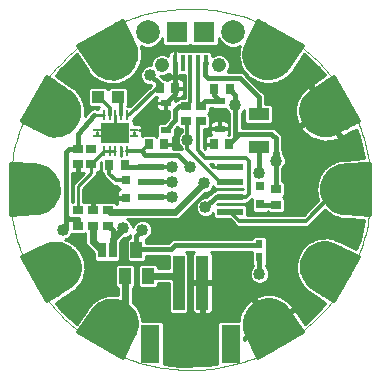
<source format=gtl>
G75*
%MOIN*%
%OFA0B0*%
%FSLAX24Y24*%
%IPPOS*%
%LPD*%
%AMOC8*
5,1,8,0,0,1.08239X$1,22.5*
%
%ADD10C,0.0000*%
%ADD11R,0.0870X0.0240*%
%ADD12R,0.0157X0.0551*%
%ADD13R,0.0709X0.0709*%
%ADD14C,0.0476*%
%ADD15C,0.0787*%
%ADD16R,0.0709X0.0394*%
%ADD17R,0.0315X0.0315*%
%ADD18R,0.0110X0.0335*%
%ADD19R,0.0945X0.0650*%
%ADD20R,0.0276X0.0110*%
%ADD21R,0.0327X0.0248*%
%ADD22R,0.0394X0.0551*%
%ADD23R,0.0236X0.0315*%
%ADD24R,0.0433X0.0394*%
%ADD25R,0.0276X0.0354*%
%ADD26R,0.0354X0.0276*%
%ADD27R,0.0250X0.0500*%
%ADD28C,0.1266*%
%ADD29C,0.0120*%
%ADD30R,0.0394X0.1811*%
%ADD31R,0.0630X0.1260*%
%ADD32C,0.0100*%
%ADD33C,0.0140*%
%ADD34C,0.0400*%
%ADD35C,0.0160*%
%ADD36C,0.0240*%
D10*
X000150Y005650D02*
X000165Y005497D01*
X000183Y005344D01*
X000206Y005192D01*
X000232Y005041D01*
X000262Y004890D01*
X000296Y004740D01*
X000334Y004591D01*
X000376Y004443D01*
X000422Y004296D01*
X000471Y004150D01*
X000524Y004006D01*
X000580Y003863D01*
X000641Y003721D01*
X000704Y003581D01*
X000772Y003443D01*
X000843Y003307D01*
X000917Y003172D01*
X000995Y003039D01*
X001076Y002909D01*
X001160Y002780D01*
X001248Y002654D01*
X001339Y002530D01*
X001433Y002408D01*
X001530Y002289D01*
X001630Y002172D01*
X001733Y002058D01*
X001839Y001947D01*
X001948Y001838D01*
X002059Y001732D01*
X002173Y001629D01*
X002290Y001529D01*
X002409Y001432D01*
X002531Y001338D01*
X002655Y001247D01*
X002782Y001159D01*
X002910Y001075D01*
X003041Y000994D01*
X003174Y000916D01*
X003308Y000842D01*
X003445Y000771D01*
X003583Y000704D01*
X003723Y000640D01*
X003864Y000580D01*
X004007Y000523D01*
X004152Y000470D01*
X004297Y000421D01*
X004444Y000376D01*
X004592Y000334D01*
X004741Y000296D01*
X004891Y000262D01*
X005042Y000232D01*
X005194Y000205D01*
X005346Y000183D01*
X005498Y000164D01*
X005652Y000150D01*
X005805Y000139D01*
X005959Y000132D01*
X006112Y000129D01*
X006266Y000130D01*
X006420Y000135D01*
X006573Y000144D01*
X006727Y000157D01*
X006879Y000173D01*
X007032Y000194D01*
X007184Y000218D01*
X007335Y000247D01*
X007485Y000279D01*
X007635Y000315D01*
X007783Y000355D01*
X007931Y000398D01*
X008077Y000446D01*
X008222Y000497D01*
X008366Y000552D01*
X008508Y000610D01*
X008649Y000672D01*
X008788Y000738D01*
X008925Y000807D01*
X009061Y000879D01*
X009194Y000955D01*
X009326Y001035D01*
X009456Y001118D01*
X009583Y001204D01*
X009708Y001293D01*
X009831Y001385D01*
X009952Y001481D01*
X010070Y001580D01*
X010185Y001681D01*
X010298Y001786D01*
X010408Y001893D01*
X010515Y002003D01*
X010620Y002116D01*
X010721Y002232D01*
X010820Y002350D01*
X010916Y002470D01*
X011008Y002593D01*
X011097Y002718D01*
X011183Y002846D01*
X011266Y002975D01*
X011345Y003107D01*
X011421Y003241D01*
X011494Y003376D01*
X011563Y003514D01*
X011629Y003653D01*
X011691Y003793D01*
X011749Y003936D01*
X011804Y004079D01*
X011855Y004224D01*
X011902Y004371D01*
X011946Y004518D01*
X011985Y004667D01*
X012021Y004816D01*
X012054Y004967D01*
X012082Y005118D01*
X012106Y005270D01*
X012127Y005422D01*
X012143Y005575D01*
X012156Y005728D01*
X012165Y005882D01*
X012170Y006035D01*
X012171Y006189D01*
X012168Y006343D01*
X012161Y006497D01*
X012150Y006650D01*
X012135Y006803D01*
X012117Y006956D01*
X012094Y007108D01*
X012068Y007259D01*
X012038Y007410D01*
X012004Y007560D01*
X011966Y007709D01*
X011924Y007857D01*
X011878Y008004D01*
X011829Y008150D01*
X011776Y008294D01*
X011720Y008437D01*
X011659Y008579D01*
X011596Y008719D01*
X011528Y008857D01*
X011457Y008993D01*
X011383Y009128D01*
X011305Y009261D01*
X011224Y009391D01*
X011140Y009520D01*
X011052Y009646D01*
X010961Y009770D01*
X010867Y009892D01*
X010770Y010011D01*
X010670Y010128D01*
X010567Y010242D01*
X010461Y010353D01*
X010352Y010462D01*
X010241Y010568D01*
X010127Y010671D01*
X010010Y010771D01*
X009891Y010868D01*
X009769Y010962D01*
X009645Y011053D01*
X009518Y011141D01*
X009390Y011225D01*
X009259Y011306D01*
X009126Y011384D01*
X008992Y011458D01*
X008855Y011529D01*
X008717Y011596D01*
X008577Y011660D01*
X008436Y011720D01*
X008293Y011777D01*
X008148Y011830D01*
X008003Y011879D01*
X007856Y011924D01*
X007708Y011966D01*
X007559Y012004D01*
X007409Y012038D01*
X007258Y012068D01*
X007106Y012095D01*
X006954Y012117D01*
X006802Y012136D01*
X006648Y012150D01*
X006495Y012161D01*
X006341Y012168D01*
X006188Y012171D01*
X006034Y012170D01*
X005880Y012165D01*
X005727Y012156D01*
X005573Y012143D01*
X005421Y012127D01*
X005268Y012106D01*
X005116Y012082D01*
X004965Y012053D01*
X004815Y012021D01*
X004665Y011985D01*
X004517Y011945D01*
X004369Y011902D01*
X004223Y011854D01*
X004078Y011803D01*
X003934Y011748D01*
X003792Y011690D01*
X003651Y011628D01*
X003512Y011562D01*
X003375Y011493D01*
X003239Y011421D01*
X003106Y011345D01*
X002974Y011265D01*
X002844Y011182D01*
X002717Y011096D01*
X002592Y011007D01*
X002469Y010915D01*
X002348Y010819D01*
X002230Y010720D01*
X002115Y010619D01*
X002002Y010514D01*
X001892Y010407D01*
X001785Y010297D01*
X001680Y010184D01*
X001579Y010068D01*
X001480Y009950D01*
X001384Y009830D01*
X001292Y009707D01*
X001203Y009582D01*
X001117Y009454D01*
X001034Y009325D01*
X000955Y009193D01*
X000879Y009059D01*
X000806Y008924D01*
X000737Y008786D01*
X000671Y008647D01*
X000609Y008507D01*
X000551Y008364D01*
X000496Y008221D01*
X000445Y008076D01*
X000398Y007929D01*
X000354Y007782D01*
X000315Y007633D01*
X000279Y007484D01*
X000246Y007333D01*
X000218Y007182D01*
X000194Y007030D01*
X000173Y006878D01*
X000157Y006725D01*
X000144Y006572D01*
X000135Y006418D01*
X000130Y006265D01*
X000129Y006111D01*
X000132Y005957D01*
X000139Y005803D01*
X000150Y005650D01*
D11*
X004830Y005400D03*
X004830Y005900D03*
X004830Y006400D03*
X004830Y006900D03*
X007480Y006900D03*
X007480Y006400D03*
X007480Y005900D03*
X007480Y005400D03*
D12*
X006662Y010357D03*
X006406Y010357D03*
X006150Y010357D03*
X005894Y010357D03*
X005638Y010357D03*
D13*
X005697Y011400D03*
X006603Y011400D03*
D14*
X007105Y010298D03*
X005195Y010298D03*
D15*
X004729Y011400D03*
X007571Y011400D03*
D16*
X008425Y008651D03*
X008425Y007549D03*
D17*
X008475Y006245D03*
X008475Y005655D03*
X004000Y005855D03*
X004000Y006445D03*
D18*
X004044Y007415D03*
X003847Y007415D03*
X003650Y007415D03*
X003453Y007415D03*
X003256Y007415D03*
X003256Y008635D03*
X003453Y008635D03*
X003650Y008635D03*
X003847Y008635D03*
X004044Y008635D03*
D19*
X003650Y008025D03*
D20*
X003040Y007927D03*
X003040Y008123D03*
X004260Y008123D03*
X004260Y007927D03*
D21*
X005325Y008122D03*
X005325Y009028D03*
X007125Y009078D03*
X007125Y008172D03*
D22*
X004350Y004133D03*
X003976Y003267D03*
X004724Y003267D03*
D23*
X008450Y003883D03*
X008450Y004317D03*
D24*
X003735Y009225D03*
X003065Y009225D03*
D25*
X004769Y007650D03*
X005281Y007650D03*
X003956Y006950D03*
X003444Y006950D03*
X005119Y009525D03*
X005631Y009525D03*
X006944Y009500D03*
X007456Y009500D03*
X007431Y007650D03*
X006919Y007650D03*
D26*
X006488Y008419D03*
X006013Y008419D03*
X006013Y008931D03*
X006488Y008931D03*
X009000Y006156D03*
X009000Y005644D03*
X003400Y005456D03*
X002900Y005456D03*
X002400Y005456D03*
X002400Y004944D03*
X002900Y004944D03*
X003400Y004944D03*
X002850Y006994D03*
X002400Y006994D03*
X002400Y007506D03*
X002850Y007506D03*
D27*
X003198Y004113D03*
X003552Y004113D03*
D28*
X001650Y003550D03*
X003550Y001650D03*
X000963Y006150D03*
X001650Y008750D03*
X003550Y010650D03*
X008750Y010650D03*
X010650Y008750D03*
X011338Y006150D03*
X010650Y003550D03*
X008750Y001650D03*
D29*
X008159Y002183D02*
X008248Y002270D01*
X008350Y002343D01*
X008463Y002400D01*
X008583Y002438D01*
X008708Y002456D01*
X008835Y002453D01*
X008959Y002431D01*
X009078Y002388D01*
X009189Y002327D01*
X009288Y002249D01*
X009374Y002156D01*
X009443Y002050D01*
X009886Y001382D01*
X008414Y000532D01*
X008057Y001250D01*
X008005Y001364D01*
X007972Y001484D01*
X007957Y001608D01*
X007961Y001733D01*
X007984Y001855D01*
X008025Y001973D01*
X008084Y002083D01*
X008159Y002183D01*
X008145Y002165D02*
X009365Y002165D01*
X009445Y002046D02*
X008064Y002046D01*
X008009Y001928D02*
X009524Y001928D01*
X009603Y001809D02*
X007975Y001809D01*
X007959Y001691D02*
X009681Y001691D01*
X009760Y001572D02*
X007961Y001572D01*
X007980Y001454D02*
X009839Y001454D01*
X009804Y001335D02*
X008019Y001335D01*
X008074Y001217D02*
X009599Y001217D01*
X009394Y001098D02*
X008133Y001098D01*
X008192Y000980D02*
X009189Y000980D01*
X008983Y000861D02*
X008250Y000861D01*
X008309Y000743D02*
X008778Y000743D01*
X008573Y000624D02*
X008368Y000624D01*
X008266Y002283D02*
X009245Y002283D01*
X009041Y002402D02*
X008469Y002402D01*
X009925Y003227D02*
X009984Y003117D01*
X010059Y003017D01*
X010148Y002930D01*
X010250Y002857D01*
X010918Y002414D01*
X011768Y003886D01*
X011050Y004243D01*
X010937Y004300D01*
X010817Y004338D01*
X010692Y004356D01*
X010565Y004353D01*
X010441Y004331D01*
X010322Y004288D01*
X010211Y004227D01*
X010112Y004149D01*
X010026Y004056D01*
X009957Y003950D01*
X009905Y003836D01*
X009872Y003716D01*
X009857Y003592D01*
X009861Y003467D01*
X009884Y003345D01*
X009925Y003227D01*
X009924Y003231D02*
X011390Y003231D01*
X011458Y003350D02*
X009883Y003350D01*
X009861Y003468D02*
X011526Y003468D01*
X011595Y003587D02*
X009857Y003587D01*
X009870Y003705D02*
X011663Y003705D01*
X011732Y003824D02*
X009902Y003824D01*
X009954Y003942D02*
X011655Y003942D01*
X011417Y004061D02*
X010031Y004061D01*
X010150Y004179D02*
X011178Y004179D01*
X010942Y004298D02*
X010348Y004298D01*
X010000Y005100D02*
X011050Y006150D01*
X010550Y006026D02*
X010580Y005905D01*
X010629Y005790D01*
X010695Y005684D01*
X010777Y005589D01*
X010871Y005508D01*
X010977Y005442D01*
X011092Y005393D01*
X011213Y005362D01*
X011338Y005350D01*
X012138Y005300D01*
X012138Y007000D01*
X011338Y006950D01*
X011211Y006943D01*
X011088Y006915D01*
X010971Y006869D01*
X010862Y006803D01*
X010766Y006721D01*
X010684Y006625D01*
X010619Y006517D01*
X010572Y006400D01*
X010545Y006276D01*
X010538Y006150D01*
X010550Y006026D01*
X010545Y006075D02*
X012138Y006075D01*
X012138Y005957D02*
X010567Y005957D01*
X010609Y005838D02*
X012138Y005838D01*
X012138Y005720D02*
X010673Y005720D01*
X010766Y005601D02*
X012138Y005601D01*
X012138Y005483D02*
X010912Y005483D01*
X011206Y005364D02*
X012138Y005364D01*
X012138Y006194D02*
X010540Y006194D01*
X010553Y006312D02*
X012138Y006312D01*
X012138Y006431D02*
X010584Y006431D01*
X010638Y006549D02*
X012138Y006549D01*
X012138Y006668D02*
X010720Y006668D01*
X010842Y006786D02*
X012138Y006786D01*
X012138Y006905D02*
X011061Y006905D01*
X010816Y007972D02*
X010692Y007957D01*
X010567Y007961D01*
X010445Y007984D01*
X010327Y008025D01*
X010217Y008084D01*
X010117Y008159D01*
X010030Y008248D01*
X009957Y008350D01*
X009900Y008463D01*
X009862Y008583D01*
X009844Y008708D01*
X009847Y008835D01*
X009869Y008959D01*
X009912Y009078D01*
X009973Y009189D01*
X010051Y009288D01*
X010144Y009374D01*
X010250Y009443D01*
X010918Y009886D01*
X011768Y008414D01*
X011050Y008057D01*
X010936Y008005D01*
X010816Y007972D01*
X010810Y007971D02*
X010512Y007971D01*
X010210Y008090D02*
X011115Y008090D01*
X011354Y008208D02*
X010069Y008208D01*
X009974Y008327D02*
X011592Y008327D01*
X011750Y008445D02*
X009909Y008445D01*
X009869Y008564D02*
X011681Y008564D01*
X011613Y008682D02*
X009848Y008682D01*
X009846Y008801D02*
X011545Y008801D01*
X011476Y008919D02*
X009862Y008919D01*
X009897Y009038D02*
X011408Y009038D01*
X011339Y009156D02*
X009955Y009156D01*
X010040Y009275D02*
X011271Y009275D01*
X011203Y009393D02*
X010174Y009393D01*
X010353Y009512D02*
X011134Y009512D01*
X011066Y009630D02*
X010532Y009630D01*
X010711Y009749D02*
X010997Y009749D01*
X010929Y009867D02*
X010889Y009867D01*
X009886Y010918D02*
X008414Y011768D01*
X008057Y011050D01*
X008000Y010937D01*
X007962Y010817D01*
X007944Y010692D01*
X007947Y010565D01*
X007969Y010441D01*
X008012Y010322D01*
X008073Y010211D01*
X008151Y010112D01*
X008244Y010026D01*
X008350Y009957D01*
X008464Y009905D01*
X008584Y009872D01*
X008708Y009857D01*
X008833Y009861D01*
X008955Y009884D01*
X009073Y009925D01*
X009183Y009984D01*
X009283Y010059D01*
X009370Y010148D01*
X009443Y010250D01*
X009886Y010918D01*
X009859Y010934D02*
X007999Y010934D01*
X007962Y010815D02*
X009818Y010815D01*
X009739Y010697D02*
X007945Y010697D01*
X007946Y010578D02*
X009661Y010578D01*
X009582Y010460D02*
X007966Y010460D01*
X008005Y010341D02*
X009503Y010341D01*
X009423Y010223D02*
X008067Y010223D01*
X008160Y010104D02*
X009327Y010104D01*
X009185Y009986D02*
X008307Y009986D01*
X008623Y009867D02*
X008866Y009867D01*
X009654Y011052D02*
X008058Y011052D01*
X008117Y011171D02*
X009448Y011171D01*
X009243Y011289D02*
X008176Y011289D01*
X008235Y011408D02*
X009038Y011408D01*
X008833Y011526D02*
X008294Y011526D01*
X008353Y011645D02*
X008627Y011645D01*
X008422Y011763D02*
X008411Y011763D01*
X006406Y010357D02*
X006406Y009013D01*
X006150Y009068D02*
X006150Y010357D01*
X004339Y010567D02*
X004316Y010445D01*
X004275Y010327D01*
X004216Y010217D01*
X004141Y010117D01*
X004052Y010030D01*
X003950Y009957D01*
X003837Y009900D01*
X003717Y009862D01*
X003592Y009844D01*
X003465Y009847D01*
X003341Y009869D01*
X003222Y009912D01*
X003111Y009973D01*
X003012Y010051D01*
X002926Y010144D01*
X002857Y010250D01*
X002414Y010918D01*
X003886Y011768D01*
X004243Y011050D01*
X004295Y010936D01*
X004328Y010816D01*
X004343Y010692D01*
X004339Y010567D01*
X004340Y010578D02*
X002639Y010578D01*
X002561Y010697D02*
X004343Y010697D01*
X004328Y010815D02*
X002482Y010815D01*
X002441Y010934D02*
X004295Y010934D01*
X004242Y011052D02*
X002646Y011052D01*
X002852Y011171D02*
X004183Y011171D01*
X004124Y011289D02*
X003057Y011289D01*
X003262Y011408D02*
X004065Y011408D01*
X004006Y011526D02*
X003467Y011526D01*
X003673Y011645D02*
X003947Y011645D01*
X003889Y011763D02*
X003878Y011763D01*
X004319Y010460D02*
X002718Y010460D01*
X002797Y010341D02*
X004280Y010341D01*
X004219Y010223D02*
X002875Y010223D01*
X002963Y010104D02*
X004128Y010104D01*
X003990Y009986D02*
X003095Y009986D01*
X003354Y009867D02*
X003732Y009867D01*
X003845Y009114D02*
X003846Y008638D01*
X003847Y008635D01*
X003453Y008635D02*
X003453Y008877D01*
X002439Y008833D02*
X002443Y008708D01*
X002428Y008584D01*
X002395Y008464D01*
X002343Y008350D01*
X002274Y008244D01*
X002188Y008151D01*
X002089Y008073D01*
X001978Y008012D01*
X001859Y007969D01*
X001735Y007947D01*
X001608Y007944D01*
X001483Y007962D01*
X001363Y008000D01*
X001250Y008057D01*
X000532Y008414D01*
X001382Y009886D01*
X002050Y009443D01*
X002152Y009370D01*
X002241Y009283D01*
X002316Y009183D01*
X002375Y009073D01*
X002416Y008955D01*
X002439Y008833D01*
X002440Y008801D02*
X000755Y008801D01*
X000824Y008919D02*
X002423Y008919D01*
X002387Y009038D02*
X000892Y009038D01*
X000961Y009156D02*
X002330Y009156D01*
X002247Y009275D02*
X001029Y009275D01*
X001097Y009393D02*
X002120Y009393D01*
X001947Y009512D02*
X001166Y009512D01*
X001234Y009630D02*
X001768Y009630D01*
X001589Y009749D02*
X001303Y009749D01*
X001371Y009867D02*
X001411Y009867D01*
X000687Y008682D02*
X002440Y008682D01*
X002423Y008564D02*
X000619Y008564D01*
X000550Y008445D02*
X002386Y008445D01*
X002327Y008327D02*
X000708Y008327D01*
X000946Y008208D02*
X002240Y008208D01*
X002110Y008090D02*
X001185Y008090D01*
X001456Y007971D02*
X001864Y007971D01*
X001087Y006938D02*
X000963Y006950D01*
X000163Y007000D01*
X000163Y005300D01*
X000963Y005350D01*
X001089Y005357D01*
X001212Y005385D01*
X001329Y005431D01*
X001438Y005497D01*
X001534Y005579D01*
X001616Y005675D01*
X001681Y005783D01*
X001728Y005900D01*
X001755Y006024D01*
X001763Y006150D01*
X001750Y006274D01*
X001720Y006395D01*
X001671Y006510D01*
X001605Y006616D01*
X001523Y006711D01*
X001429Y006792D01*
X001323Y006858D01*
X001208Y006907D01*
X001087Y006938D01*
X001214Y006905D02*
X000163Y006905D01*
X000163Y006786D02*
X001436Y006786D01*
X001561Y006668D02*
X000163Y006668D01*
X000163Y006549D02*
X001646Y006549D01*
X001705Y006431D02*
X000163Y006431D01*
X000163Y006312D02*
X001741Y006312D01*
X001758Y006194D02*
X000163Y006194D01*
X000163Y006075D02*
X001758Y006075D01*
X001740Y005957D02*
X000163Y005957D01*
X000163Y005838D02*
X001703Y005838D01*
X001643Y005720D02*
X000163Y005720D01*
X000163Y005601D02*
X001553Y005601D01*
X001414Y005483D02*
X000163Y005483D01*
X000163Y005364D02*
X001120Y005364D01*
X001374Y004298D02*
X001909Y004298D01*
X001855Y004316D02*
X001733Y004339D01*
X001608Y004343D01*
X001484Y004328D01*
X001364Y004295D01*
X001250Y004243D01*
X000532Y003886D01*
X001382Y002414D01*
X002050Y002857D01*
X002156Y002926D01*
X002249Y003012D01*
X002327Y003111D01*
X002388Y003222D01*
X002431Y003341D01*
X002453Y003465D01*
X002456Y003592D01*
X002438Y003717D01*
X002400Y003837D01*
X002343Y003950D01*
X002270Y004052D01*
X002183Y004141D01*
X002083Y004216D01*
X001973Y004275D01*
X001855Y004316D01*
X002132Y004179D02*
X001122Y004179D01*
X000883Y004061D02*
X002262Y004061D01*
X002347Y003942D02*
X000645Y003942D01*
X000568Y003824D02*
X002404Y003824D01*
X002439Y003705D02*
X000637Y003705D01*
X000705Y003587D02*
X002456Y003587D01*
X002453Y003468D02*
X000774Y003468D01*
X000842Y003350D02*
X002432Y003350D01*
X002391Y003231D02*
X000910Y003231D01*
X000979Y003113D02*
X002328Y003113D01*
X002229Y002994D02*
X001047Y002994D01*
X001116Y002876D02*
X002078Y002876D01*
X001899Y002757D02*
X001184Y002757D01*
X001252Y002639D02*
X001721Y002639D01*
X001542Y002520D02*
X001321Y002520D01*
X002414Y001382D02*
X003886Y000532D01*
X004243Y001250D01*
X004300Y001363D01*
X004338Y001483D01*
X004356Y001608D01*
X004353Y001735D01*
X004331Y001859D01*
X004288Y001978D01*
X004227Y002089D01*
X004149Y002188D01*
X004056Y002274D01*
X003950Y002343D01*
X003836Y002395D01*
X003716Y002428D01*
X003592Y002443D01*
X003467Y002439D01*
X003345Y002416D01*
X003227Y002375D01*
X003117Y002316D01*
X003017Y002241D01*
X002930Y002152D01*
X002857Y002050D01*
X002414Y001382D01*
X002461Y001454D02*
X004328Y001454D01*
X004350Y001572D02*
X002540Y001572D01*
X002619Y001691D02*
X004354Y001691D01*
X004340Y001809D02*
X002697Y001809D01*
X002776Y001928D02*
X004306Y001928D01*
X004251Y002046D02*
X002855Y002046D01*
X002942Y002165D02*
X004167Y002165D01*
X004041Y002283D02*
X003073Y002283D01*
X003303Y002402D02*
X003811Y002402D01*
X004286Y001335D02*
X002496Y001335D01*
X002701Y001217D02*
X004226Y001217D01*
X004167Y001098D02*
X002906Y001098D01*
X003111Y000980D02*
X004108Y000980D01*
X004050Y000861D02*
X003317Y000861D01*
X003522Y000743D02*
X003991Y000743D01*
X003932Y000624D02*
X003727Y000624D01*
X007780Y005100D02*
X010000Y005100D01*
X009987Y003113D02*
X011321Y003113D01*
X011253Y002994D02*
X010083Y002994D01*
X010224Y002876D02*
X011184Y002876D01*
X011116Y002757D02*
X010401Y002757D01*
X010579Y002639D02*
X011048Y002639D01*
X010979Y002520D02*
X010758Y002520D01*
X007780Y005100D02*
X007480Y005400D01*
X007480Y005900D02*
X008000Y005900D01*
X008100Y006000D01*
X008100Y007100D01*
X008000Y007200D01*
X006650Y007200D01*
X006400Y007450D01*
X006400Y008332D01*
X006050Y008382D02*
X006050Y007800D01*
X006050Y007500D01*
X004534Y007415D02*
X004044Y007415D01*
X003450Y006894D02*
X003450Y006650D01*
X003655Y006445D01*
X004000Y006445D01*
D30*
X005756Y003044D03*
X006544Y003044D03*
D31*
X007489Y000997D03*
X004811Y000997D03*
D32*
X001865Y002107D02*
X001655Y002367D01*
X002155Y002699D01*
X002209Y002734D01*
X002226Y002733D01*
X002273Y002776D01*
X002326Y002811D01*
X002329Y002828D01*
X002332Y002830D01*
X002349Y002833D01*
X002389Y002882D01*
X002435Y002925D01*
X002436Y002942D01*
X002438Y002946D01*
X002455Y002950D01*
X002486Y003006D01*
X002525Y003056D01*
X002523Y003073D01*
X002525Y003076D01*
X002541Y003084D01*
X002562Y003143D01*
X002592Y003199D01*
X002588Y003216D01*
X002589Y003219D01*
X002603Y003229D01*
X002615Y003292D01*
X002636Y003351D01*
X002628Y003367D01*
X002629Y003371D01*
X002642Y003383D01*
X002643Y003446D01*
X002654Y003508D01*
X002644Y003523D01*
X002645Y003527D01*
X002655Y003541D01*
X002646Y003603D01*
X002647Y003667D01*
X002635Y003679D01*
X002634Y003683D01*
X002643Y003699D01*
X002624Y003759D01*
X002615Y003822D01*
X002601Y003832D01*
X002599Y003836D01*
X002605Y003852D01*
X002576Y003909D01*
X002557Y003969D01*
X002542Y003977D01*
X002540Y003980D01*
X002543Y003996D01*
X002506Y004049D01*
X002477Y004106D01*
X002461Y004111D01*
X002461Y004111D01*
X002461Y004128D01*
X002416Y004174D01*
X002379Y004226D01*
X002363Y004229D01*
X002362Y004229D01*
X002360Y004246D01*
X002309Y004284D01*
X002264Y004330D01*
X002247Y004330D01*
X002247Y004331D01*
X002242Y004346D01*
X002186Y004377D01*
X002134Y004415D01*
X002118Y004413D01*
X002118Y004413D01*
X002110Y004428D01*
X002050Y004449D01*
X001993Y004480D01*
X001978Y004475D01*
X001977Y004475D01*
X002087Y004520D01*
X002180Y004613D01*
X002206Y004676D01*
X002631Y004676D01*
X002650Y004695D01*
X002650Y004361D01*
X002688Y004269D01*
X002758Y004198D01*
X002943Y004014D01*
X002943Y003809D01*
X003019Y003733D01*
X003731Y003733D01*
X003807Y003809D01*
X003807Y004404D01*
X003924Y004520D01*
X003966Y004520D01*
X004087Y004570D01*
X004140Y004623D01*
X004140Y004539D01*
X004099Y004539D01*
X004023Y004463D01*
X004023Y003804D01*
X004099Y003727D01*
X004601Y003727D01*
X004677Y003804D01*
X004677Y003940D01*
X005429Y003940D01*
X005429Y003517D01*
X005051Y003517D01*
X005051Y003596D01*
X004975Y003673D01*
X004473Y003673D01*
X004397Y003596D01*
X004397Y002937D01*
X004473Y002861D01*
X004975Y002861D01*
X005051Y002937D01*
X005051Y003017D01*
X005429Y003017D01*
X005429Y002085D01*
X005506Y002009D01*
X006007Y002009D01*
X006083Y002085D01*
X006083Y004004D01*
X006014Y004073D01*
X006261Y004073D01*
X006255Y004070D01*
X006227Y004042D01*
X006207Y004008D01*
X006197Y003969D01*
X006197Y003093D01*
X006495Y003093D01*
X006495Y002996D01*
X006197Y002996D01*
X006197Y002119D01*
X006207Y002081D01*
X006227Y002047D01*
X006255Y002019D01*
X006289Y001999D01*
X006327Y001989D01*
X006495Y001989D01*
X006495Y002996D01*
X006592Y002996D01*
X006592Y003093D01*
X006891Y003093D01*
X006891Y003969D01*
X006880Y004008D01*
X006861Y004042D01*
X006833Y004070D01*
X006827Y004073D01*
X008202Y004073D01*
X008202Y003672D01*
X008240Y003634D01*
X008240Y003587D01*
X008170Y003517D01*
X008120Y003396D01*
X008120Y003264D01*
X008170Y003143D01*
X008263Y003050D01*
X008384Y003000D01*
X008516Y003000D01*
X008637Y003050D01*
X008730Y003143D01*
X008780Y003264D01*
X008780Y003396D01*
X008730Y003517D01*
X008660Y003587D01*
X008660Y003634D01*
X008698Y003672D01*
X008698Y004095D01*
X008693Y004100D01*
X008698Y004105D01*
X008698Y004528D01*
X008622Y004604D01*
X008278Y004604D01*
X008202Y004528D01*
X008202Y004493D01*
X005546Y004493D01*
X005413Y004360D01*
X004677Y004360D01*
X004677Y004463D01*
X004654Y004486D01*
X004737Y004520D01*
X004830Y004613D01*
X004880Y004734D01*
X004880Y004866D01*
X004830Y004987D01*
X004737Y005080D01*
X004616Y005130D01*
X004484Y005130D01*
X004363Y005080D01*
X004270Y004987D01*
X004230Y004890D01*
X004230Y004916D01*
X004180Y005037D01*
X004087Y005130D01*
X004038Y005150D01*
X005700Y005150D01*
X005792Y005188D01*
X006624Y006020D01*
X006666Y006020D01*
X006787Y006070D01*
X006880Y006163D01*
X006915Y006248D01*
X006915Y006226D01*
X006991Y006150D01*
X006951Y006110D01*
X006913Y006110D01*
X006790Y005987D01*
X006683Y005880D01*
X006584Y005880D01*
X006463Y005830D01*
X006370Y005737D01*
X006320Y005616D01*
X006320Y005484D01*
X006370Y005363D01*
X006463Y005270D01*
X006584Y005220D01*
X006716Y005220D01*
X006837Y005270D01*
X006915Y005348D01*
X006915Y005226D01*
X006991Y005150D01*
X007461Y005150D01*
X007590Y005021D01*
X007701Y004910D01*
X010079Y004910D01*
X010632Y005463D01*
X010642Y005454D01*
X010684Y005406D01*
X010700Y005404D01*
X010700Y005404D01*
X010704Y005388D01*
X010759Y005354D01*
X010807Y005312D01*
X010824Y005314D01*
X010824Y005313D01*
X010830Y005298D01*
X010889Y005273D01*
X010944Y005239D01*
X010960Y005243D01*
X010961Y005242D01*
X010969Y005228D01*
X011031Y005212D01*
X011090Y005187D01*
X011106Y005193D01*
X011117Y005181D01*
X011180Y005174D01*
X011243Y005159D01*
X011253Y005165D01*
X011322Y005161D01*
X011397Y005153D01*
X011400Y005156D01*
X011939Y005122D01*
X011793Y004461D01*
X011673Y004146D01*
X011135Y004413D01*
X011077Y004442D01*
X011069Y004457D01*
X011009Y004476D01*
X010952Y004505D01*
X010936Y004499D01*
X010932Y004501D01*
X010922Y004515D01*
X010859Y004524D01*
X010799Y004543D01*
X010783Y004534D01*
X010779Y004535D01*
X010767Y004547D01*
X010703Y004546D01*
X010641Y004555D01*
X010627Y004545D01*
X010623Y004544D01*
X010608Y004554D01*
X010546Y004543D01*
X010483Y004542D01*
X010471Y004529D01*
X010467Y004528D01*
X010451Y004536D01*
X010392Y004515D01*
X010329Y004503D01*
X010319Y004489D01*
X010316Y004488D01*
X010299Y004492D01*
X010243Y004462D01*
X010184Y004441D01*
X010176Y004425D01*
X010173Y004423D01*
X010156Y004425D01*
X010106Y004386D01*
X010050Y004355D01*
X010046Y004338D01*
X010042Y004336D01*
X010025Y004335D01*
X009982Y004289D01*
X009933Y004249D01*
X009930Y004232D01*
X009928Y004229D01*
X009911Y004226D01*
X009876Y004173D01*
X009833Y004126D01*
X009834Y004109D01*
X009832Y004106D01*
X009817Y004100D01*
X009790Y004042D01*
X009755Y003988D01*
X009759Y003972D01*
X009758Y003972D01*
X009744Y003963D01*
X009727Y003902D01*
X009700Y003843D01*
X009706Y003828D01*
X009706Y003827D01*
X009693Y003817D01*
X009685Y003753D01*
X009668Y003692D01*
X009676Y003677D01*
X009664Y003665D01*
X009666Y003601D01*
X009659Y003537D01*
X009669Y003524D01*
X009669Y003523D01*
X009659Y003510D01*
X009671Y003447D01*
X009673Y003383D01*
X009685Y003371D01*
X009686Y003371D01*
X009678Y003356D01*
X009700Y003295D01*
X009711Y003232D01*
X009725Y003223D01*
X009725Y003222D01*
X009720Y003207D01*
X009751Y003150D01*
X009772Y003090D01*
X009787Y003082D01*
X009785Y003066D01*
X009823Y003014D01*
X009854Y002958D01*
X009869Y002953D01*
X009870Y002953D01*
X009870Y002936D01*
X009916Y002891D01*
X009954Y002840D01*
X009971Y002838D01*
X009971Y002837D01*
X009974Y002821D01*
X010026Y002784D01*
X010072Y002739D01*
X010085Y002739D01*
X010142Y002701D01*
X010204Y002657D01*
X010207Y002657D01*
X010647Y002365D01*
X010502Y002179D01*
X009953Y001662D01*
X009653Y002113D01*
X008818Y001632D01*
X008768Y001718D01*
X008682Y001668D01*
X007934Y001236D01*
X007934Y001121D01*
X008732Y001582D01*
X008682Y001668D01*
X008202Y002499D01*
X008190Y002491D01*
X008190Y002491D01*
X008094Y002417D01*
X008008Y002332D01*
X008008Y002332D01*
X008008Y002332D01*
X007962Y002274D01*
X007933Y002237D01*
X007888Y002166D01*
X007869Y002135D01*
X007869Y002135D01*
X007817Y002025D01*
X007817Y002025D01*
X007779Y001910D01*
X007755Y001792D01*
X007755Y001792D01*
X007752Y001757D01*
X007120Y001757D01*
X007044Y001681D01*
X007044Y000344D01*
X006639Y000280D01*
X005759Y000272D01*
X005256Y000344D01*
X005256Y001681D01*
X005180Y001757D01*
X004543Y001757D01*
X004542Y001817D01*
X004529Y001829D01*
X004528Y001833D01*
X004536Y001849D01*
X004515Y001908D01*
X004503Y001971D01*
X004489Y001981D01*
X004488Y001984D01*
X004492Y002001D01*
X004462Y002057D01*
X004441Y002116D01*
X004425Y002124D01*
X004423Y002127D01*
X004425Y002144D01*
X004386Y002194D01*
X004355Y002250D01*
X004338Y002254D01*
X004336Y002258D01*
X004335Y002275D01*
X004289Y002318D01*
X004249Y002367D01*
X004232Y002370D01*
X004229Y002372D01*
X004226Y002388D01*
X004226Y002861D01*
X004227Y002861D01*
X004303Y002937D01*
X004303Y003596D01*
X004227Y003673D01*
X003725Y003673D01*
X003649Y003596D01*
X003649Y002937D01*
X003725Y002861D01*
X003726Y002861D01*
X003726Y002623D01*
X003692Y002632D01*
X003677Y002624D01*
X003665Y002636D01*
X003601Y002634D01*
X003537Y002641D01*
X003524Y002631D01*
X003523Y002631D01*
X003510Y002641D01*
X003447Y002629D01*
X003383Y002627D01*
X003371Y002615D01*
X003371Y002614D01*
X003356Y002622D01*
X003295Y002600D01*
X003232Y002589D01*
X003223Y002575D01*
X003222Y002575D01*
X003207Y002580D01*
X003150Y002549D01*
X003090Y002528D01*
X003082Y002513D01*
X003066Y002515D01*
X003014Y002477D01*
X002958Y002446D01*
X002953Y002431D01*
X002953Y002430D01*
X002936Y002430D01*
X002891Y002384D01*
X002840Y002346D01*
X002838Y002329D01*
X002837Y002329D01*
X002821Y002326D01*
X002784Y002274D01*
X002739Y002228D01*
X002739Y002215D01*
X002701Y002158D01*
X002657Y002096D01*
X002657Y002093D01*
X002365Y001652D01*
X001865Y002107D01*
X001855Y002120D02*
X002674Y002120D01*
X002610Y002022D02*
X001959Y002022D01*
X002067Y001923D02*
X002545Y001923D01*
X002479Y001825D02*
X002175Y001825D01*
X002283Y001726D02*
X002414Y001726D01*
X002739Y002219D02*
X001775Y002219D01*
X001695Y002317D02*
X002814Y002317D01*
X002922Y002416D02*
X001728Y002416D01*
X001877Y002514D02*
X003064Y002514D01*
X003073Y002514D02*
X003083Y002514D01*
X003082Y002513D02*
X003082Y002513D01*
X003330Y002613D02*
X002025Y002613D01*
X002174Y002711D02*
X003726Y002711D01*
X003726Y002810D02*
X002324Y002810D01*
X002417Y002908D02*
X003679Y002908D01*
X003649Y003007D02*
X002486Y003007D01*
X002548Y003105D02*
X003649Y003105D01*
X003649Y003204D02*
X002591Y003204D01*
X002618Y003302D02*
X003649Y003302D01*
X003649Y003401D02*
X002642Y003401D01*
X002653Y003499D02*
X003649Y003499D01*
X003650Y003598D02*
X002647Y003598D01*
X002641Y003696D02*
X005429Y003696D01*
X005429Y003598D02*
X005050Y003598D01*
X005429Y003795D02*
X004668Y003795D01*
X004677Y003893D02*
X005429Y003893D01*
X005439Y004386D02*
X004677Y004386D01*
X004655Y004484D02*
X005537Y004484D01*
X006083Y003992D02*
X006203Y003992D01*
X006197Y003893D02*
X006083Y003893D01*
X006083Y003795D02*
X006197Y003795D01*
X006197Y003696D02*
X006083Y003696D01*
X006083Y003598D02*
X006197Y003598D01*
X006197Y003499D02*
X006083Y003499D01*
X006083Y003401D02*
X006197Y003401D01*
X006197Y003302D02*
X006083Y003302D01*
X006083Y003204D02*
X006197Y003204D01*
X006197Y003105D02*
X006083Y003105D01*
X006083Y003007D02*
X006495Y003007D01*
X006592Y003007D02*
X008369Y003007D01*
X008531Y003007D02*
X009828Y003007D01*
X009787Y003082D02*
X009787Y003082D01*
X009767Y003105D02*
X008692Y003105D01*
X008755Y003204D02*
X009722Y003204D01*
X009697Y003302D02*
X008780Y003302D01*
X008778Y003401D02*
X009673Y003401D01*
X009661Y003499D02*
X008737Y003499D01*
X008660Y003598D02*
X009666Y003598D01*
X009676Y003677D02*
X009676Y003677D01*
X009669Y003696D02*
X008698Y003696D01*
X008698Y003795D02*
X009690Y003795D01*
X009723Y003893D02*
X008698Y003893D01*
X008698Y003992D02*
X009757Y003992D01*
X009812Y004090D02*
X008698Y004090D01*
X008698Y004189D02*
X009886Y004189D01*
X009980Y004287D02*
X008698Y004287D01*
X008698Y004386D02*
X010105Y004386D01*
X010284Y004484D02*
X008698Y004484D01*
X008643Y004583D02*
X011820Y004583D01*
X011842Y004681D02*
X004858Y004681D01*
X004880Y004780D02*
X011863Y004780D01*
X011885Y004878D02*
X004875Y004878D01*
X004834Y004977D02*
X007635Y004977D01*
X007536Y005075D02*
X004742Y005075D01*
X004358Y005075D02*
X004142Y005075D01*
X004205Y004977D02*
X004266Y004977D01*
X004140Y004583D02*
X004099Y004583D01*
X004045Y004484D02*
X003888Y004484D01*
X003807Y004386D02*
X004023Y004386D01*
X004023Y004287D02*
X003807Y004287D01*
X003807Y004189D02*
X004023Y004189D01*
X004023Y004090D02*
X003807Y004090D01*
X003807Y003992D02*
X004023Y003992D01*
X004023Y003893D02*
X003807Y003893D01*
X003793Y003795D02*
X004032Y003795D01*
X004302Y003598D02*
X004398Y003598D01*
X004397Y003499D02*
X004303Y003499D01*
X004303Y003401D02*
X004397Y003401D01*
X004397Y003302D02*
X004303Y003302D01*
X004303Y003204D02*
X004397Y003204D01*
X004397Y003105D02*
X004303Y003105D01*
X004303Y003007D02*
X004397Y003007D01*
X004427Y002908D02*
X004273Y002908D01*
X004226Y002810D02*
X005429Y002810D01*
X005429Y002908D02*
X005021Y002908D01*
X005051Y003007D02*
X005429Y003007D01*
X005429Y002711D02*
X004226Y002711D01*
X004226Y002613D02*
X005429Y002613D01*
X005429Y002514D02*
X004226Y002514D01*
X004226Y002416D02*
X005429Y002416D01*
X005429Y002317D02*
X004289Y002317D01*
X004372Y002219D02*
X005429Y002219D01*
X005429Y002120D02*
X004433Y002120D01*
X004481Y002022D02*
X005493Y002022D01*
X005211Y001726D02*
X007089Y001726D01*
X007044Y001628D02*
X005256Y001628D01*
X005256Y001529D02*
X007044Y001529D01*
X007044Y001431D02*
X005256Y001431D01*
X005256Y001332D02*
X007044Y001332D01*
X007044Y001234D02*
X005256Y001234D01*
X005256Y001135D02*
X007044Y001135D01*
X007044Y001037D02*
X005256Y001037D01*
X005256Y000938D02*
X007044Y000938D01*
X007044Y000840D02*
X005256Y000840D01*
X005256Y000741D02*
X007044Y000741D01*
X007044Y000643D02*
X005256Y000643D01*
X005256Y000544D02*
X007044Y000544D01*
X007044Y000446D02*
X005256Y000446D01*
X005256Y000347D02*
X007044Y000347D01*
X007934Y001135D02*
X007958Y001135D01*
X007934Y001234D02*
X008129Y001234D01*
X008099Y001332D02*
X008299Y001332D01*
X008270Y001431D02*
X008470Y001431D01*
X008440Y001529D02*
X008640Y001529D01*
X008611Y001628D02*
X008705Y001628D01*
X008768Y001718D02*
X008288Y002551D01*
X008293Y002554D01*
X008293Y002554D01*
X008295Y002555D01*
X008406Y002605D01*
X008406Y002605D01*
X008524Y002641D01*
X008524Y002641D01*
X008646Y002663D01*
X008646Y002663D01*
X008770Y002669D01*
X008770Y002669D01*
X008893Y002660D01*
X008893Y002660D01*
X009014Y002635D01*
X009131Y002596D01*
X009243Y002542D01*
X009346Y002475D01*
X009441Y002396D01*
X009441Y002396D01*
X009525Y002305D01*
X009598Y002205D01*
X009601Y002199D01*
X008768Y001718D01*
X008764Y001726D02*
X008648Y001726D01*
X008592Y001825D02*
X008707Y001825D01*
X008650Y001923D02*
X008535Y001923D01*
X008478Y002022D02*
X008593Y002022D01*
X008536Y002120D02*
X008421Y002120D01*
X008364Y002219D02*
X008480Y002219D01*
X008423Y002317D02*
X008307Y002317D01*
X008250Y002416D02*
X008366Y002416D01*
X008309Y002514D02*
X006891Y002514D01*
X006891Y002416D02*
X008093Y002416D01*
X008094Y002417D02*
X008094Y002417D01*
X007996Y002317D02*
X006891Y002317D01*
X006891Y002219D02*
X007921Y002219D01*
X007933Y002237D02*
X007933Y002237D01*
X007862Y002120D02*
X006891Y002120D01*
X006891Y002119D02*
X006891Y002996D01*
X006592Y002996D01*
X006592Y001989D01*
X006760Y001989D01*
X006798Y001999D01*
X006833Y002019D01*
X006861Y002047D01*
X006880Y002081D01*
X006891Y002119D01*
X006836Y002022D02*
X007816Y002022D01*
X007783Y001923D02*
X004512Y001923D01*
X004534Y001825D02*
X007762Y001825D01*
X007779Y001910D02*
X007779Y001910D01*
X008430Y002613D02*
X006891Y002613D01*
X006891Y002711D02*
X010127Y002711D01*
X009990Y002810D02*
X006891Y002810D01*
X006891Y002908D02*
X009899Y002908D01*
X010275Y002613D02*
X009082Y002613D01*
X009286Y002514D02*
X010423Y002514D01*
X010572Y002416D02*
X009418Y002416D01*
X009514Y002317D02*
X010609Y002317D01*
X010532Y002219D02*
X009588Y002219D01*
X009464Y002120D02*
X010439Y002120D01*
X010334Y002022D02*
X009714Y002022D01*
X009779Y001923D02*
X010230Y001923D01*
X010125Y001825D02*
X009845Y001825D01*
X009910Y001726D02*
X010021Y001726D01*
X009493Y002022D02*
X009293Y002022D01*
X009323Y001923D02*
X009123Y001923D01*
X009152Y001825D02*
X008952Y001825D01*
X008982Y001726D02*
X008782Y001726D01*
X008208Y003105D02*
X006891Y003105D01*
X006891Y003204D02*
X008145Y003204D01*
X008120Y003302D02*
X006891Y003302D01*
X006891Y003401D02*
X008122Y003401D01*
X008163Y003499D02*
X006891Y003499D01*
X006891Y003598D02*
X008240Y003598D01*
X008202Y003696D02*
X006891Y003696D01*
X006891Y003795D02*
X008202Y003795D01*
X008202Y003893D02*
X006891Y003893D01*
X006885Y003992D02*
X008202Y003992D01*
X008417Y004283D02*
X008450Y004317D01*
X008257Y004583D02*
X004799Y004583D01*
X005756Y005174D02*
X006968Y005174D01*
X006915Y005272D02*
X006839Y005272D01*
X006461Y005272D02*
X005876Y005272D01*
X005974Y005371D02*
X006367Y005371D01*
X006326Y005469D02*
X006073Y005469D01*
X006171Y005568D02*
X006320Y005568D01*
X006341Y005666D02*
X006270Y005666D01*
X006368Y005765D02*
X006398Y005765D01*
X006467Y005863D02*
X006543Y005863D01*
X006565Y005962D02*
X006765Y005962D01*
X006762Y006060D02*
X006863Y006060D01*
X006875Y006159D02*
X006983Y006159D01*
X006991Y006150D02*
X007910Y006150D01*
X007910Y006150D01*
X006991Y006150D01*
X007150Y006400D02*
X007480Y006400D01*
X007150Y006400D02*
X006050Y007500D01*
X005860Y007487D02*
X005837Y007510D01*
X005569Y007510D01*
X005569Y007631D01*
X005300Y007631D01*
X005300Y007669D01*
X005569Y007669D01*
X005569Y007847D01*
X005559Y007885D01*
X005618Y007944D01*
X005618Y008119D01*
X005716Y008217D01*
X005781Y008151D01*
X005860Y008151D01*
X005860Y008077D01*
X005770Y007987D01*
X005720Y007866D01*
X005720Y007734D01*
X005770Y007613D01*
X005860Y007523D01*
X005860Y007487D01*
X005846Y007538D02*
X005569Y007538D01*
X005761Y007636D02*
X005300Y007636D01*
X005569Y007735D02*
X005720Y007735D01*
X005720Y007833D02*
X005569Y007833D01*
X005606Y007932D02*
X005747Y007932D01*
X005813Y008030D02*
X005618Y008030D01*
X005628Y008129D02*
X005860Y008129D01*
X006050Y008382D02*
X006013Y008419D01*
X006400Y008332D02*
X006488Y008419D01*
X006590Y008151D02*
X006719Y008151D01*
X006795Y008227D01*
X006795Y008611D01*
X006730Y008675D01*
X006795Y008739D01*
X006795Y008868D01*
X006864Y008868D01*
X006908Y008824D01*
X007342Y008824D01*
X007344Y008826D01*
X007370Y008763D01*
X007440Y008693D01*
X007440Y007957D01*
X007409Y007957D01*
X007428Y007990D01*
X007438Y008028D01*
X007438Y008160D01*
X007137Y008160D01*
X007137Y008184D01*
X007438Y008184D01*
X007438Y008316D01*
X007428Y008354D01*
X007408Y008388D01*
X007380Y008416D01*
X007346Y008436D01*
X007308Y008446D01*
X007137Y008446D01*
X007137Y008184D01*
X007113Y008184D01*
X007113Y008160D01*
X006812Y008160D01*
X006812Y008028D01*
X006822Y007990D01*
X006829Y007977D01*
X006762Y007977D01*
X006723Y007967D01*
X006689Y007947D01*
X006661Y007919D01*
X006642Y007885D01*
X006631Y007847D01*
X006631Y007669D01*
X006900Y007669D01*
X006900Y007631D01*
X006631Y007631D01*
X006631Y007487D01*
X006590Y007529D01*
X006590Y008151D01*
X006590Y008129D02*
X006812Y008129D01*
X006812Y008184D02*
X007113Y008184D01*
X007113Y008446D01*
X006942Y008446D01*
X006904Y008436D01*
X006870Y008416D01*
X006842Y008388D01*
X006822Y008354D01*
X006812Y008316D01*
X006812Y008184D01*
X006812Y008227D02*
X006794Y008227D01*
X006795Y008326D02*
X006814Y008326D01*
X006795Y008424D02*
X006883Y008424D01*
X006795Y008523D02*
X007440Y008523D01*
X007440Y008621D02*
X006784Y008621D01*
X006775Y008720D02*
X007414Y008720D01*
X007347Y008818D02*
X006795Y008818D01*
X006488Y008931D02*
X006406Y009013D01*
X006150Y009068D02*
X006013Y008931D01*
X005960Y009199D02*
X005792Y009199D01*
X005827Y009208D01*
X005861Y009228D01*
X005889Y009256D01*
X005908Y009290D01*
X005919Y009328D01*
X005919Y009506D01*
X005650Y009506D01*
X005650Y009544D01*
X005919Y009544D01*
X005919Y009722D01*
X005908Y009760D01*
X005889Y009794D01*
X005861Y009822D01*
X005827Y009842D01*
X005788Y009852D01*
X005650Y009852D01*
X005650Y009544D01*
X005612Y009544D01*
X005612Y009852D01*
X005473Y009852D01*
X005435Y009842D01*
X005401Y009822D01*
X005373Y009794D01*
X005364Y009779D01*
X005311Y009832D01*
X005253Y009832D01*
X005206Y009879D01*
X005198Y009879D01*
X005141Y009930D01*
X005268Y009930D01*
X005404Y009986D01*
X005428Y010009D01*
X005439Y009989D01*
X005467Y009961D01*
X005502Y009941D01*
X005540Y009931D01*
X005638Y009931D01*
X005638Y010357D01*
X005638Y010782D01*
X005540Y010782D01*
X005502Y010772D01*
X005467Y010752D01*
X005439Y010724D01*
X005420Y010690D01*
X005409Y010652D01*
X005409Y010604D01*
X005404Y010610D01*
X005268Y010666D01*
X005122Y010666D01*
X004987Y010610D01*
X004883Y010506D01*
X004827Y010371D01*
X004827Y010280D01*
X004734Y010280D01*
X004613Y010230D01*
X004520Y010137D01*
X004470Y010016D01*
X004470Y009884D01*
X004520Y009763D01*
X004613Y009670D01*
X004734Y009620D01*
X004837Y009620D01*
X004825Y009608D01*
X004150Y008933D01*
X004039Y008933D01*
X004081Y008974D01*
X004081Y009476D01*
X004005Y009552D01*
X003464Y009552D01*
X003400Y009488D01*
X003336Y009552D01*
X002795Y009552D01*
X002719Y009476D01*
X002719Y008974D01*
X002795Y008898D01*
X003113Y008898D01*
X003071Y008856D01*
X003071Y008815D01*
X003048Y008815D01*
X003004Y008852D01*
X002831Y008837D01*
X002630Y008599D01*
X002632Y008608D01*
X002624Y008623D01*
X002636Y008635D01*
X002634Y008699D01*
X002641Y008763D01*
X002631Y008776D01*
X002631Y008777D01*
X002641Y008790D01*
X002629Y008853D01*
X002627Y008917D01*
X002615Y008929D01*
X002614Y008929D01*
X002622Y008944D01*
X002600Y009005D01*
X002589Y009068D01*
X002575Y009077D01*
X002575Y009078D01*
X002580Y009093D01*
X002549Y009150D01*
X002528Y009210D01*
X002513Y009218D01*
X002515Y009234D01*
X002477Y009286D01*
X002446Y009342D01*
X002431Y009347D01*
X002430Y009347D01*
X002430Y009364D01*
X002384Y009409D01*
X002719Y009409D01*
X002719Y009311D02*
X002463Y009311D01*
X002513Y009218D02*
X002513Y009218D01*
X002525Y009212D02*
X002719Y009212D01*
X002719Y009114D02*
X002569Y009114D01*
X002598Y009015D02*
X002719Y009015D01*
X002777Y008917D02*
X002627Y008917D01*
X002635Y008818D02*
X002815Y008818D01*
X002732Y008720D02*
X002636Y008720D01*
X002624Y008623D02*
X002624Y008623D01*
X002625Y008621D02*
X002649Y008621D01*
X002935Y008635D02*
X003256Y008635D01*
X003071Y008818D02*
X003044Y008818D01*
X003650Y008635D02*
X003650Y008318D01*
X003600Y008318D01*
X003600Y008075D01*
X003700Y008075D01*
X003700Y008318D01*
X003650Y008318D01*
X003650Y008635D01*
X003650Y008635D01*
X003650Y008621D02*
X003650Y008621D01*
X003650Y008523D02*
X003650Y008523D01*
X003650Y008424D02*
X003650Y008424D01*
X003650Y008326D02*
X003650Y008326D01*
X003600Y008227D02*
X003700Y008227D01*
X003700Y008129D02*
X003600Y008129D01*
X004044Y008635D02*
X004058Y008650D01*
X004150Y008650D01*
X004305Y008523D02*
X005428Y008523D01*
X005440Y008534D02*
X005282Y008376D01*
X005108Y008376D01*
X005032Y008300D01*
X005032Y007944D01*
X005040Y007936D01*
X005023Y007919D01*
X005014Y007904D01*
X004961Y007957D01*
X004577Y007957D01*
X004548Y007928D01*
X004548Y008001D01*
X004542Y008025D01*
X004548Y008049D01*
X004548Y008123D01*
X004449Y008123D01*
X004449Y008123D01*
X004548Y008123D01*
X004548Y008198D01*
X004538Y008236D01*
X004518Y008271D01*
X004490Y008299D01*
X004456Y008318D01*
X004418Y008329D01*
X004272Y008329D01*
X004272Y008370D01*
X004262Y008408D01*
X004242Y008442D01*
X004234Y008451D01*
X005001Y009218D01*
X005027Y009218D01*
X005022Y009210D01*
X005012Y009172D01*
X005012Y009040D01*
X005313Y009040D01*
X005313Y009016D01*
X005012Y009016D01*
X005012Y008884D01*
X005022Y008846D01*
X005042Y008812D01*
X005070Y008784D01*
X005104Y008764D01*
X005142Y008754D01*
X005313Y008754D01*
X005313Y009016D01*
X005337Y009016D01*
X005337Y008754D01*
X005440Y008754D01*
X005440Y008534D01*
X005440Y008621D02*
X004404Y008621D01*
X004502Y008720D02*
X005440Y008720D01*
X005337Y008818D02*
X005313Y008818D01*
X005313Y008917D02*
X005337Y008917D01*
X005337Y009015D02*
X005313Y009015D01*
X005638Y009085D02*
X005638Y009172D01*
X005628Y009210D01*
X005612Y009238D01*
X005612Y009506D01*
X005650Y009506D01*
X005650Y009198D01*
X005781Y009198D01*
X005724Y009141D01*
X005694Y009141D01*
X005638Y009085D01*
X005638Y009114D02*
X005667Y009114D01*
X005650Y009212D02*
X005627Y009212D01*
X005612Y009311D02*
X005650Y009311D01*
X005650Y009409D02*
X005612Y009409D01*
X005650Y009508D02*
X005960Y009508D01*
X005960Y009606D02*
X005919Y009606D01*
X005919Y009705D02*
X005960Y009705D01*
X005960Y009803D02*
X005880Y009803D01*
X005960Y009902D02*
X005173Y009902D01*
X005340Y009803D02*
X005382Y009803D01*
X005418Y010000D02*
X005433Y010000D01*
X005638Y010000D02*
X005638Y010000D01*
X005638Y009931D02*
X005737Y009931D01*
X005775Y009941D01*
X005792Y009951D01*
X005960Y009951D01*
X005960Y009199D01*
X005960Y009212D02*
X005833Y009212D01*
X005914Y009311D02*
X005960Y009311D01*
X005960Y009409D02*
X005919Y009409D01*
X005650Y009606D02*
X005612Y009606D01*
X005612Y009705D02*
X005650Y009705D01*
X005650Y009803D02*
X005612Y009803D01*
X005638Y009931D02*
X005638Y010357D01*
X005638Y010357D01*
X005638Y010782D01*
X005737Y010782D01*
X005775Y010772D01*
X005792Y010762D01*
X006794Y010762D01*
X006871Y010686D01*
X006871Y010584D01*
X006896Y010610D01*
X007032Y010666D01*
X007178Y010666D01*
X007313Y010610D01*
X007417Y010506D01*
X007473Y010371D01*
X007473Y010224D01*
X007417Y010089D01*
X007388Y010060D01*
X007887Y010060D01*
X008010Y009937D01*
X008010Y009937D01*
X008512Y009435D01*
X008512Y009435D01*
X008635Y009312D01*
X008635Y008978D01*
X008833Y008978D01*
X008909Y008902D01*
X008909Y008400D01*
X008833Y008324D01*
X008017Y008324D01*
X007941Y008400D01*
X007941Y008789D01*
X007930Y008763D01*
X007860Y008693D01*
X007860Y008210D01*
X008937Y008210D01*
X009087Y008060D01*
X009210Y007937D01*
X009210Y007494D01*
X009212Y007492D01*
X009250Y007400D01*
X009250Y007327D01*
X009280Y007297D01*
X009330Y007176D01*
X009330Y007044D01*
X009280Y006923D01*
X009210Y006853D01*
X009210Y006424D01*
X009231Y006424D01*
X009307Y006348D01*
X009307Y005964D01*
X009243Y005900D01*
X009307Y005836D01*
X009307Y005452D01*
X009231Y005376D01*
X008769Y005376D01*
X008732Y005413D01*
X008686Y005367D01*
X008264Y005367D01*
X008188Y005443D01*
X008188Y005819D01*
X008079Y005710D01*
X008029Y005710D01*
X007969Y005650D01*
X007047Y005650D01*
X007047Y005650D01*
X007969Y005650D01*
X008045Y005574D01*
X008045Y005290D01*
X009921Y005290D01*
X010415Y005784D01*
X010400Y005844D01*
X010375Y005903D01*
X010381Y005918D01*
X010381Y005919D01*
X010368Y005929D01*
X010362Y005993D01*
X010346Y006055D01*
X010354Y006069D01*
X010354Y006070D01*
X010343Y006082D01*
X010347Y006146D01*
X010341Y006210D01*
X010351Y006223D01*
X010351Y006226D01*
X010342Y006241D01*
X010356Y006302D01*
X010359Y006365D01*
X010372Y006377D01*
X010373Y006381D01*
X010366Y006397D01*
X010390Y006456D01*
X010404Y006518D01*
X010418Y006527D01*
X010420Y006531D01*
X010416Y006548D01*
X010448Y006602D01*
X010472Y006661D01*
X010488Y006667D01*
X010490Y006671D01*
X010488Y006688D01*
X010529Y006736D01*
X010562Y006791D01*
X010579Y006795D01*
X010582Y006798D01*
X010583Y006815D01*
X010631Y006856D01*
X010672Y006904D01*
X010690Y006906D01*
X010693Y006908D01*
X010697Y006925D01*
X010751Y006958D01*
X010799Y006999D01*
X010817Y006998D01*
X010820Y007000D01*
X010827Y007016D01*
X010886Y007039D01*
X010940Y007072D01*
X010957Y007068D01*
X010961Y007069D01*
X010970Y007084D01*
X011032Y007098D01*
X011090Y007121D01*
X011107Y007114D01*
X011110Y007115D01*
X011122Y007128D01*
X011185Y007132D01*
X011247Y007145D01*
X011262Y007136D01*
X011326Y007140D01*
X011943Y007178D01*
X011764Y007933D01*
X011682Y008138D01*
X011502Y008049D01*
X011502Y008049D01*
X011200Y007897D01*
X010718Y008732D01*
X010632Y008682D01*
X011111Y007851D01*
X011098Y007844D01*
X011098Y007844D01*
X010986Y007799D01*
X010986Y007799D01*
X010870Y007766D01*
X010870Y007766D01*
X010750Y007748D01*
X010750Y007748D01*
X010629Y007744D01*
X010629Y007744D01*
X010508Y007755D01*
X010508Y007755D01*
X010390Y007779D01*
X010390Y007779D01*
X010275Y007817D01*
X010275Y007817D01*
X010165Y007869D01*
X010165Y007869D01*
X010100Y007909D01*
X010063Y007933D01*
X010063Y007933D01*
X010000Y007982D01*
X009968Y008008D01*
X009968Y008008D01*
X009968Y008008D01*
X009883Y008094D01*
X009883Y008094D01*
X009809Y008190D01*
X009809Y008190D01*
X009801Y008202D01*
X010632Y008682D01*
X010582Y008768D01*
X009749Y008288D01*
X009746Y008293D01*
X009746Y008293D01*
X009745Y008294D01*
X009695Y008406D01*
X009695Y008406D01*
X009659Y008524D01*
X009659Y008524D01*
X009637Y008646D01*
X009637Y008646D01*
X009631Y008770D01*
X009631Y008770D01*
X009640Y008893D01*
X009640Y008893D01*
X009665Y009014D01*
X009704Y009131D01*
X009758Y009243D01*
X009825Y009346D01*
X009904Y009441D01*
X009904Y009441D01*
X009995Y009525D01*
X010095Y009598D01*
X010101Y009601D01*
X010582Y008768D01*
X010668Y008818D01*
X010553Y008818D01*
X010497Y008720D02*
X010610Y008720D01*
X010697Y008720D02*
X010725Y008720D01*
X010668Y008818D02*
X010187Y009653D01*
X010633Y009949D01*
X010435Y010193D01*
X009935Y010648D01*
X009643Y010207D01*
X009643Y010204D01*
X009599Y010142D01*
X009561Y010085D01*
X009561Y010072D01*
X009516Y010026D01*
X009479Y009974D01*
X009463Y009971D01*
X009462Y009971D01*
X009460Y009954D01*
X009409Y009916D01*
X009364Y009870D01*
X009347Y009870D01*
X009347Y009869D01*
X009342Y009854D01*
X009286Y009823D01*
X009234Y009785D01*
X009218Y009787D01*
X009218Y009787D01*
X009210Y009772D01*
X009150Y009751D01*
X009093Y009720D01*
X009078Y009725D01*
X009077Y009725D01*
X009068Y009711D01*
X009005Y009700D01*
X008944Y009678D01*
X008929Y009686D01*
X008929Y009685D01*
X008917Y009673D01*
X008853Y009671D01*
X008790Y009659D01*
X008777Y009669D01*
X008776Y009669D01*
X008763Y009659D01*
X008699Y009666D01*
X008635Y009664D01*
X008623Y009676D01*
X008623Y009676D01*
X008608Y009668D01*
X008547Y009685D01*
X008483Y009693D01*
X008473Y009706D01*
X008472Y009706D01*
X008457Y009700D01*
X008398Y009727D01*
X008337Y009744D01*
X008328Y009758D01*
X008328Y009759D01*
X008312Y009755D01*
X008258Y009790D01*
X008200Y009817D01*
X008194Y009832D01*
X008191Y009834D01*
X008174Y009833D01*
X008127Y009876D01*
X008074Y009911D01*
X008071Y009928D01*
X008068Y009930D01*
X008051Y009933D01*
X008011Y009982D01*
X007965Y010025D01*
X007964Y010042D01*
X007962Y010046D01*
X007945Y010050D01*
X007914Y010106D01*
X007875Y010156D01*
X007877Y010173D01*
X007875Y010176D01*
X007859Y010184D01*
X007838Y010243D01*
X007808Y010299D01*
X007812Y010316D01*
X007811Y010319D01*
X007797Y010329D01*
X007785Y010392D01*
X007764Y010451D01*
X007772Y010467D01*
X007771Y010471D01*
X007758Y010483D01*
X007757Y010546D01*
X007746Y010608D01*
X007756Y010623D01*
X007755Y010627D01*
X007745Y010641D01*
X007754Y010703D01*
X007753Y010767D01*
X007765Y010779D01*
X007766Y010783D01*
X007757Y010799D01*
X007776Y010859D01*
X007785Y010922D01*
X007786Y010922D01*
X007675Y010876D01*
X007467Y010876D01*
X007275Y010956D01*
X007127Y011103D01*
X007087Y011200D01*
X007087Y010992D01*
X007011Y010916D01*
X006195Y010916D01*
X006150Y010960D01*
X006105Y010916D01*
X005289Y010916D01*
X005213Y010992D01*
X005213Y011200D01*
X005173Y011103D01*
X005025Y010956D01*
X004833Y010876D01*
X004625Y010876D01*
X004495Y010930D01*
X004494Y010928D01*
X004494Y010927D01*
X004507Y010917D01*
X004515Y010853D01*
X004532Y010792D01*
X004524Y010777D01*
X004524Y010777D01*
X004536Y010765D01*
X004534Y010701D01*
X004541Y010637D01*
X004531Y010624D01*
X004531Y010623D01*
X004541Y010610D01*
X004529Y010547D01*
X004527Y010483D01*
X004515Y010471D01*
X004514Y010471D01*
X004522Y010456D01*
X004500Y010395D01*
X004489Y010332D01*
X004475Y010323D01*
X004475Y010322D01*
X004480Y010307D01*
X004449Y010250D01*
X004428Y010190D01*
X004413Y010182D01*
X004413Y010182D01*
X004415Y010166D01*
X004377Y010114D01*
X004346Y010058D01*
X004331Y010053D01*
X004330Y010053D01*
X004330Y010036D01*
X004284Y009991D01*
X004246Y009940D01*
X004229Y009938D01*
X004229Y009937D01*
X004226Y009921D01*
X004174Y009884D01*
X004128Y009839D01*
X004111Y009839D01*
X004111Y009839D01*
X004106Y009823D01*
X004049Y009794D01*
X003996Y009757D01*
X003980Y009760D01*
X003977Y009758D01*
X003969Y009743D01*
X003909Y009724D01*
X003852Y009695D01*
X003836Y009701D01*
X003832Y009699D01*
X003822Y009685D01*
X003759Y009676D01*
X003699Y009657D01*
X003683Y009666D01*
X003679Y009665D01*
X003667Y009653D01*
X003603Y009654D01*
X003541Y009645D01*
X003527Y009655D01*
X003523Y009656D01*
X003508Y009646D01*
X003446Y009657D01*
X003383Y009658D01*
X003371Y009671D01*
X003367Y009672D01*
X003351Y009664D01*
X003292Y009685D01*
X003229Y009697D01*
X003219Y009711D01*
X003216Y009712D01*
X003199Y009708D01*
X003143Y009738D01*
X003084Y009759D01*
X003076Y009775D01*
X003073Y009777D01*
X003056Y009775D01*
X003006Y009814D01*
X002950Y009845D01*
X002946Y009862D01*
X002942Y009864D01*
X002925Y009865D01*
X002882Y009911D01*
X002833Y009951D01*
X002830Y009968D01*
X002828Y009971D01*
X002811Y009974D01*
X002776Y010027D01*
X002733Y010074D01*
X002734Y010091D01*
X002699Y010145D01*
X002362Y010652D01*
X001798Y010121D01*
X001653Y009935D01*
X002093Y009643D01*
X002096Y009643D01*
X002158Y009599D01*
X002215Y009561D01*
X002228Y009561D01*
X002274Y009516D01*
X002326Y009479D01*
X002329Y009463D01*
X002329Y009462D01*
X002346Y009460D01*
X002384Y009409D01*
X002286Y009508D02*
X002751Y009508D01*
X003020Y009803D02*
X001851Y009803D01*
X001999Y009705D02*
X003224Y009705D01*
X003380Y009508D02*
X003420Y009508D01*
X003871Y009705D02*
X004579Y009705D01*
X004504Y009803D02*
X004066Y009803D01*
X004199Y009902D02*
X004470Y009902D01*
X004470Y010000D02*
X004293Y010000D01*
X004368Y010099D02*
X004504Y010099D01*
X004431Y010197D02*
X004580Y010197D01*
X004474Y010296D02*
X004827Y010296D01*
X004837Y010394D02*
X004500Y010394D01*
X004527Y010493D02*
X004878Y010493D01*
X004968Y010591D02*
X004537Y010591D01*
X004535Y010690D02*
X005419Y010690D01*
X005638Y010690D02*
X005638Y010690D01*
X005638Y010591D02*
X005638Y010591D01*
X005638Y010493D02*
X005638Y010493D01*
X005638Y010394D02*
X005638Y010394D01*
X005638Y010357D02*
X005638Y010357D01*
X005638Y010296D02*
X005638Y010296D01*
X005638Y010197D02*
X005638Y010197D01*
X005638Y010099D02*
X005638Y010099D01*
X004823Y009606D02*
X002148Y009606D01*
X001781Y010099D02*
X002729Y010099D01*
X002664Y010197D02*
X001879Y010197D01*
X001984Y010296D02*
X002599Y010296D01*
X002534Y010394D02*
X002088Y010394D01*
X002193Y010493D02*
X002468Y010493D01*
X002403Y010591D02*
X002297Y010591D01*
X002794Y010000D02*
X001704Y010000D01*
X001703Y009902D02*
X002891Y009902D01*
X004049Y009508D02*
X004725Y009508D01*
X004626Y009409D02*
X004081Y009409D01*
X004081Y009311D02*
X004528Y009311D01*
X004429Y009212D02*
X004081Y009212D01*
X004081Y009114D02*
X004331Y009114D01*
X004232Y009015D02*
X004081Y009015D01*
X004601Y008818D02*
X005038Y008818D01*
X005012Y008917D02*
X004699Y008917D01*
X004798Y009015D02*
X005012Y009015D01*
X005012Y009114D02*
X004896Y009114D01*
X004995Y009212D02*
X005023Y009212D01*
X005330Y008424D02*
X004253Y008424D01*
X004429Y008326D02*
X005057Y008326D01*
X005032Y008227D02*
X004540Y008227D01*
X004548Y008129D02*
X005032Y008129D01*
X005032Y008030D02*
X004543Y008030D01*
X004548Y007932D02*
X004552Y007932D01*
X004260Y007975D02*
X004260Y007975D01*
X004260Y008075D01*
X004260Y008075D01*
X004260Y007975D01*
X004260Y008030D02*
X004260Y008030D01*
X003847Y007550D02*
X003847Y007415D01*
X003847Y007415D01*
X003854Y007415D01*
X003854Y007415D01*
X003847Y007415D01*
X003847Y007415D01*
X003847Y007550D01*
X003847Y007550D01*
X003847Y007538D02*
X003847Y007538D01*
X003847Y007439D02*
X003847Y007439D01*
X003847Y007415D02*
X003835Y007415D01*
X003835Y007415D01*
X003847Y007415D01*
X003847Y007415D01*
X003847Y007257D01*
X003847Y007257D01*
X003847Y007415D01*
X003847Y007415D01*
X003847Y007341D02*
X003847Y007341D01*
X003650Y007415D02*
X003453Y007415D01*
X003256Y007415D01*
X002850Y006994D01*
X002850Y006700D01*
X002400Y006250D01*
X002400Y005456D01*
X002580Y005724D02*
X002580Y006175D01*
X002925Y006520D01*
X003030Y006625D01*
X003030Y006726D01*
X003081Y006726D01*
X003157Y006802D01*
X003157Y007053D01*
X003176Y007073D01*
X003176Y006719D01*
X003252Y006643D01*
X003260Y006643D01*
X003260Y006571D01*
X003371Y006460D01*
X003576Y006255D01*
X003713Y006255D01*
X003713Y006234D01*
X003789Y006158D01*
X003806Y006158D01*
X003785Y006152D01*
X003750Y006132D01*
X003722Y006104D01*
X003703Y006070D01*
X003693Y006032D01*
X003693Y005883D01*
X003971Y005883D01*
X003971Y005826D01*
X003693Y005826D01*
X003693Y005677D01*
X003698Y005657D01*
X003631Y005724D01*
X003169Y005724D01*
X003163Y005717D01*
X003135Y005733D01*
X003097Y005744D01*
X002919Y005744D01*
X002919Y005475D01*
X002881Y005475D01*
X002881Y005744D01*
X002703Y005744D01*
X002665Y005733D01*
X002637Y005717D01*
X002631Y005724D01*
X002580Y005724D01*
X002580Y005765D02*
X003693Y005765D01*
X003689Y005666D02*
X003696Y005666D01*
X003971Y005863D02*
X002580Y005863D01*
X002580Y005962D02*
X003693Y005962D01*
X003700Y006060D02*
X002580Y006060D01*
X002580Y006159D02*
X003788Y006159D01*
X003574Y006257D02*
X002662Y006257D01*
X002760Y006356D02*
X003476Y006356D01*
X003377Y006454D02*
X002859Y006454D01*
X002957Y006553D02*
X003279Y006553D01*
X003244Y006651D02*
X003030Y006651D01*
X003104Y006750D02*
X003176Y006750D01*
X003176Y006848D02*
X003157Y006848D01*
X003157Y006947D02*
X003176Y006947D01*
X003176Y007045D02*
X003157Y007045D01*
X003444Y006950D02*
X003450Y006894D01*
X002604Y006708D02*
X002220Y006325D01*
X002220Y005724D01*
X002210Y005724D01*
X002210Y006706D01*
X002381Y006706D01*
X002381Y006975D01*
X002419Y006975D01*
X002419Y006706D01*
X002597Y006706D01*
X002604Y006708D01*
X002546Y006651D02*
X002210Y006651D01*
X002210Y006553D02*
X002448Y006553D01*
X002349Y006454D02*
X002210Y006454D01*
X002210Y006356D02*
X002251Y006356D01*
X002220Y006257D02*
X002210Y006257D01*
X002210Y006159D02*
X002220Y006159D01*
X002210Y006060D02*
X002220Y006060D01*
X002210Y005962D02*
X002220Y005962D01*
X002210Y005863D02*
X002220Y005863D01*
X002210Y005765D02*
X002220Y005765D01*
X002881Y005666D02*
X002919Y005666D01*
X002919Y005568D02*
X002881Y005568D01*
X002650Y004681D02*
X002636Y004681D01*
X002650Y004583D02*
X002149Y004583D01*
X001999Y004484D02*
X002650Y004484D01*
X002650Y004386D02*
X002174Y004386D01*
X002306Y004287D02*
X002680Y004287D01*
X002768Y004189D02*
X002406Y004189D01*
X002485Y004090D02*
X002867Y004090D01*
X002943Y003992D02*
X002542Y003992D01*
X002584Y003893D02*
X002943Y003893D01*
X002957Y003795D02*
X002618Y003795D01*
X003677Y002624D02*
X003677Y002624D01*
X006020Y002022D02*
X006252Y002022D01*
X006197Y002120D02*
X006083Y002120D01*
X006083Y002219D02*
X006197Y002219D01*
X006197Y002317D02*
X006083Y002317D01*
X006083Y002416D02*
X006197Y002416D01*
X006197Y002514D02*
X006083Y002514D01*
X006083Y002613D02*
X006197Y002613D01*
X006197Y002711D02*
X006083Y002711D01*
X006083Y002810D02*
X006197Y002810D01*
X006197Y002908D02*
X006083Y002908D01*
X006495Y002908D02*
X006592Y002908D01*
X006592Y002810D02*
X006495Y002810D01*
X006495Y002711D02*
X006592Y002711D01*
X006592Y002613D02*
X006495Y002613D01*
X006495Y002514D02*
X006592Y002514D01*
X006592Y002416D02*
X006495Y002416D01*
X006495Y002317D02*
X006592Y002317D01*
X006592Y002219D02*
X006495Y002219D01*
X006495Y002120D02*
X006592Y002120D01*
X006592Y002022D02*
X006495Y002022D01*
X008045Y005371D02*
X008260Y005371D01*
X008188Y005469D02*
X008045Y005469D01*
X008045Y005568D02*
X008188Y005568D01*
X008188Y005666D02*
X007985Y005666D01*
X008133Y005765D02*
X008188Y005765D01*
X008690Y005371D02*
X010002Y005371D01*
X010100Y005469D02*
X009307Y005469D01*
X009307Y005568D02*
X010199Y005568D01*
X010297Y005666D02*
X009307Y005666D01*
X009307Y005765D02*
X010396Y005765D01*
X010392Y005863D02*
X009280Y005863D01*
X009304Y005962D02*
X010365Y005962D01*
X010349Y006060D02*
X009307Y006060D01*
X009307Y006159D02*
X010346Y006159D01*
X010346Y006257D02*
X009307Y006257D01*
X009299Y006356D02*
X010359Y006356D01*
X010389Y006454D02*
X009210Y006454D01*
X009210Y006553D02*
X010419Y006553D01*
X010468Y006651D02*
X009210Y006651D01*
X009210Y006750D02*
X010537Y006750D01*
X010622Y006848D02*
X009210Y006848D01*
X009289Y006947D02*
X010732Y006947D01*
X010895Y007045D02*
X009330Y007045D01*
X009330Y007144D02*
X011239Y007144D01*
X011250Y007144D02*
X011388Y007144D01*
X011928Y007242D02*
X009303Y007242D01*
X009250Y007341D02*
X011905Y007341D01*
X011882Y007439D02*
X009234Y007439D01*
X009210Y007538D02*
X011858Y007538D01*
X011835Y007636D02*
X009210Y007636D01*
X009210Y007735D02*
X011812Y007735D01*
X011788Y007833D02*
X011071Y007833D01*
X011098Y007844D02*
X011098Y007844D01*
X011065Y007932D02*
X011180Y007932D01*
X011268Y007932D02*
X011765Y007932D01*
X011725Y008030D02*
X011464Y008030D01*
X011663Y008129D02*
X011686Y008129D01*
X011123Y008030D02*
X011008Y008030D01*
X010951Y008129D02*
X011067Y008129D01*
X011010Y008227D02*
X010894Y008227D01*
X010837Y008326D02*
X010953Y008326D01*
X010896Y008424D02*
X010780Y008424D01*
X010724Y008523D02*
X010839Y008523D01*
X010782Y008621D02*
X010667Y008621D01*
X010527Y008621D02*
X010327Y008621D01*
X010356Y008523D02*
X010156Y008523D01*
X010185Y008424D02*
X009985Y008424D01*
X010015Y008326D02*
X009815Y008326D01*
X009731Y008326D02*
X008834Y008326D01*
X008909Y008424D02*
X009689Y008424D01*
X009659Y008523D02*
X008909Y008523D01*
X008909Y008621D02*
X009641Y008621D01*
X009633Y008720D02*
X008909Y008720D01*
X008909Y008818D02*
X009635Y008818D01*
X009645Y008917D02*
X008895Y008917D01*
X008635Y009015D02*
X009665Y009015D01*
X009698Y009114D02*
X008635Y009114D01*
X008635Y009212D02*
X009743Y009212D01*
X009802Y009311D02*
X008635Y009311D01*
X008538Y009409D02*
X009877Y009409D01*
X009976Y009508D02*
X008439Y009508D01*
X008341Y009606D02*
X010214Y009606D01*
X010265Y009705D02*
X009031Y009705D01*
X009259Y009803D02*
X010413Y009803D01*
X010561Y009902D02*
X009395Y009902D01*
X009498Y010000D02*
X010591Y010000D01*
X010511Y010099D02*
X009570Y010099D01*
X009638Y010197D02*
X010430Y010197D01*
X010322Y010296D02*
X009701Y010296D01*
X009766Y010394D02*
X010214Y010394D01*
X010106Y010493D02*
X009832Y010493D01*
X009897Y010591D02*
X009998Y010591D01*
X010155Y009508D02*
X010270Y009508D01*
X010212Y009409D02*
X010327Y009409D01*
X010269Y009311D02*
X010384Y009311D01*
X010326Y009212D02*
X010441Y009212D01*
X010498Y009114D02*
X010382Y009114D01*
X010439Y009015D02*
X010555Y009015D01*
X010612Y008917D02*
X010496Y008917D01*
X009844Y008227D02*
X007860Y008227D01*
X007860Y008326D02*
X008016Y008326D01*
X007941Y008424D02*
X007860Y008424D01*
X007860Y008523D02*
X007941Y008523D01*
X007941Y008621D02*
X007860Y008621D01*
X007886Y008720D02*
X007941Y008720D01*
X007440Y008424D02*
X007367Y008424D01*
X007436Y008326D02*
X007440Y008326D01*
X007438Y008227D02*
X007440Y008227D01*
X007438Y008129D02*
X007440Y008129D01*
X007438Y008030D02*
X007440Y008030D01*
X007137Y008227D02*
X007113Y008227D01*
X007113Y008326D02*
X007137Y008326D01*
X007137Y008424D02*
X007113Y008424D01*
X006812Y008030D02*
X006590Y008030D01*
X006590Y007932D02*
X006674Y007932D01*
X006631Y007833D02*
X006590Y007833D01*
X006590Y007735D02*
X006631Y007735D01*
X006590Y007636D02*
X006900Y007636D01*
X006631Y007538D02*
X006590Y007538D01*
X006795Y007010D02*
X006895Y007010D01*
X006895Y006910D01*
X007470Y006910D01*
X007470Y006890D01*
X006915Y006890D01*
X006795Y007010D01*
X006858Y006947D02*
X006895Y006947D01*
X005035Y007932D02*
X004986Y007932D01*
X003040Y007975D02*
X003040Y007975D01*
X003040Y008075D01*
X003040Y008075D01*
X003040Y007975D01*
X003040Y008030D02*
X003040Y008030D01*
X002419Y006947D02*
X002381Y006947D01*
X002381Y006848D02*
X002419Y006848D01*
X002419Y006750D02*
X002381Y006750D01*
X004530Y010788D02*
X007763Y010788D01*
X007752Y010690D02*
X006867Y010690D01*
X006871Y010591D02*
X006878Y010591D01*
X007080Y010985D02*
X007246Y010985D01*
X007147Y011084D02*
X007087Y011084D01*
X007087Y011182D02*
X007095Y011182D01*
X007442Y010887D02*
X004858Y010887D01*
X005054Y010985D02*
X005220Y010985D01*
X005213Y011084D02*
X005153Y011084D01*
X005205Y011182D02*
X005213Y011182D01*
X004600Y010887D02*
X004511Y010887D01*
X007332Y010591D02*
X007749Y010591D01*
X007758Y010493D02*
X007422Y010493D01*
X007463Y010394D02*
X007784Y010394D01*
X007809Y010296D02*
X007473Y010296D01*
X007461Y010197D02*
X007855Y010197D01*
X007918Y010099D02*
X007421Y010099D01*
X007947Y010000D02*
X007992Y010000D01*
X008045Y009902D02*
X008088Y009902D01*
X008144Y009803D02*
X008230Y009803D01*
X008242Y009705D02*
X008447Y009705D01*
X008469Y009705D02*
X008473Y009705D01*
X007780Y010887D02*
X007700Y010887D01*
X009018Y008129D02*
X009856Y008129D01*
X009946Y008030D02*
X009117Y008030D01*
X009210Y007932D02*
X010064Y007932D01*
X010241Y007833D02*
X009210Y007833D01*
X011050Y006150D02*
X011338Y006150D01*
X010732Y005371D02*
X010539Y005371D01*
X010441Y005272D02*
X010891Y005272D01*
X011106Y005193D02*
X011106Y005193D01*
X011184Y005174D02*
X010342Y005174D01*
X010244Y005075D02*
X011928Y005075D01*
X011907Y004977D02*
X010145Y004977D01*
X010994Y004484D02*
X011798Y004484D01*
X011765Y004386D02*
X011190Y004386D01*
X011388Y004287D02*
X011727Y004287D01*
X011689Y004189D02*
X011586Y004189D01*
D33*
X005550Y005900D02*
X004830Y005900D01*
X004830Y006400D02*
X005550Y006400D01*
X005550Y006900D02*
X004830Y006900D01*
X004534Y007415D02*
X004769Y007650D01*
X004150Y008650D02*
X005025Y009525D01*
X005119Y009525D01*
X003845Y009114D02*
X003735Y009225D01*
X003453Y008877D02*
X003105Y009225D01*
D34*
X004800Y009950D03*
X006050Y007800D03*
X006150Y006900D03*
X006600Y006350D03*
X006650Y005550D03*
X005550Y005900D03*
X005550Y006400D03*
X005550Y006900D03*
X004550Y004800D03*
X003900Y004850D03*
X001900Y004800D03*
X007650Y008950D03*
X009000Y007110D03*
X008450Y006690D03*
X008450Y003330D03*
D35*
X008450Y003883D01*
X008417Y004283D02*
X005633Y004283D01*
X005500Y004150D01*
X004483Y004150D01*
X004350Y004133D01*
X004350Y004600D01*
X004550Y004800D01*
X003552Y004796D02*
X003552Y004113D01*
X003552Y004796D02*
X003400Y004944D01*
X002400Y004944D02*
X002400Y005150D01*
X002100Y005150D01*
X002000Y005250D01*
X002000Y004900D01*
X001900Y004800D01*
X002000Y005250D02*
X002000Y007400D01*
X002106Y007506D01*
X002400Y007506D01*
X002400Y008000D01*
X002935Y008635D01*
X003065Y009225D02*
X003105Y009225D01*
X004800Y009950D02*
X005119Y009669D01*
X005119Y009525D01*
X005631Y009525D02*
X005631Y009334D01*
X005325Y009028D01*
X005650Y008800D02*
X005781Y008931D01*
X006013Y008931D01*
X005650Y008800D02*
X005650Y008447D01*
X005325Y008122D01*
X005750Y007300D02*
X004649Y007300D01*
X004534Y007415D01*
X004830Y006900D02*
X004006Y006900D01*
X003956Y006950D01*
X005750Y007300D02*
X006150Y006900D01*
X007000Y005900D02*
X007480Y005900D01*
X007000Y005900D02*
X006650Y005550D01*
X008475Y005655D02*
X008486Y005644D01*
X009000Y005644D01*
X009000Y006156D02*
X009000Y007110D01*
X009000Y007350D02*
X009000Y007850D01*
X008850Y008000D01*
X007781Y008000D01*
X007650Y007869D01*
X007650Y008950D01*
X007650Y009306D01*
X007456Y009500D01*
X007800Y009850D02*
X008425Y009225D01*
X008425Y008651D01*
X007650Y007869D02*
X007431Y007650D01*
X008425Y007549D02*
X008450Y007474D01*
X008450Y006690D01*
X006488Y008931D02*
X006634Y009078D01*
X007125Y009078D01*
X006944Y009309D01*
X006944Y009500D01*
X006750Y009850D02*
X007800Y009850D01*
X006750Y009850D02*
X006650Y009950D01*
X006650Y010345D01*
X006662Y010357D01*
X005638Y010357D02*
X005631Y010349D01*
X005631Y009525D01*
D36*
X006600Y006350D02*
X005650Y005400D01*
X004830Y005400D01*
X003456Y005400D01*
X003400Y005456D01*
X002900Y004944D02*
X002900Y004410D01*
X003198Y004113D01*
X003552Y004113D02*
X003552Y004502D01*
X003900Y004850D01*
X003976Y003267D02*
X003976Y002124D01*
X003526Y001674D01*
X003550Y001650D01*
X004724Y003267D02*
X005534Y003267D01*
X005756Y003044D01*
X009000Y007110D02*
X009000Y007350D01*
M02*

</source>
